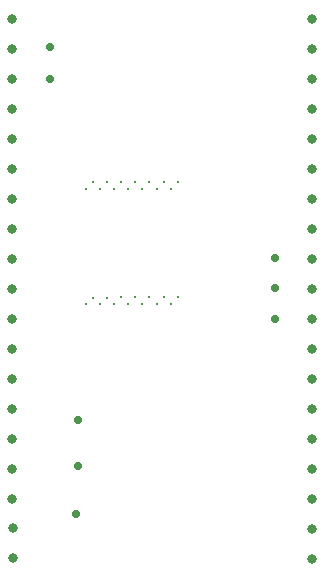
<source format=gbr>
%TF.GenerationSoftware,KiCad,Pcbnew,7.0.5-0*%
%TF.CreationDate,2023-06-27T18:34:15-07:00*%
%TF.ProjectId,AAXA01,41415841-3031-42e6-9b69-6361645f7063,rev?*%
%TF.SameCoordinates,Original*%
%TF.FileFunction,Plated,1,2,PTH,Drill*%
%TF.FilePolarity,Positive*%
%FSLAX46Y46*%
G04 Gerber Fmt 4.6, Leading zero omitted, Abs format (unit mm)*
G04 Created by KiCad (PCBNEW 7.0.5-0) date 2023-06-27 18:34:15*
%MOMM*%
%LPD*%
G01*
G04 APERTURE LIST*
%TA.AperFunction,ViaDrill*%
%ADD10C,0.254000*%
%TD*%
%TA.AperFunction,ComponentDrill*%
%ADD11C,0.700000*%
%TD*%
%TA.AperFunction,ComponentDrill*%
%ADD12C,0.800000*%
%TD*%
G04 APERTURE END LIST*
D10*
X107696320Y-67582720D03*
X107696320Y-77382720D03*
X108296320Y-66982720D03*
X108296320Y-76882720D03*
X108896320Y-67582720D03*
X108896320Y-77382720D03*
X109496320Y-66982720D03*
X109496320Y-76882720D03*
X110096320Y-67582720D03*
X110096320Y-77382720D03*
X110696320Y-66982720D03*
X110696320Y-76782720D03*
X111296320Y-67582720D03*
X111296320Y-77382720D03*
X111896320Y-66982720D03*
X111896320Y-76782720D03*
X112496320Y-67582720D03*
X112496320Y-77382720D03*
X113096320Y-66982720D03*
X113096320Y-76782720D03*
X113696320Y-67582720D03*
X113696320Y-77382720D03*
X114296320Y-66982720D03*
X114296320Y-76782720D03*
X114896320Y-67582720D03*
X114896320Y-77382720D03*
X115496320Y-66982720D03*
X115496320Y-76782720D03*
D11*
%TO.C,TRIGGER*%
X104696320Y-55582720D03*
%TO.C,STROBE*%
X104696320Y-58282720D03*
%TO.C,~{LED1}*%
X106908820Y-95147720D03*
%TO.C,~{LED3}*%
X107008820Y-87147720D03*
%TO.C,~{LED2}*%
X107008820Y-91047720D03*
%TO.C,~{LASER2}*%
X123692461Y-76036303D03*
%TO.C,~{LASER1}*%
X123696320Y-73482720D03*
%TO.C,~{LASER3}*%
X123696320Y-78582720D03*
D12*
%TO.C,U4*%
X101496320Y-53182720D03*
X101496320Y-55722720D03*
X101496320Y-58262720D03*
X101496320Y-60802720D03*
X101496320Y-63342720D03*
X101496320Y-65882720D03*
X101496320Y-68422720D03*
X101496320Y-70962720D03*
X101496320Y-73502720D03*
X101496320Y-76042720D03*
X101496320Y-78582720D03*
X101496320Y-81122720D03*
X101496320Y-83662720D03*
X101496320Y-86202720D03*
X101496320Y-88742720D03*
X101496320Y-91282720D03*
X101496320Y-93822720D03*
X101500000Y-96360000D03*
X101500000Y-98900000D03*
X126896320Y-53182720D03*
X126896320Y-55722720D03*
X126896320Y-58262720D03*
X126896320Y-60802720D03*
X126896320Y-63342720D03*
X126896320Y-65882720D03*
X126896320Y-68422720D03*
X126896320Y-70962720D03*
X126896320Y-73502720D03*
X126896320Y-76042720D03*
X126896320Y-78582720D03*
X126896320Y-81122720D03*
X126896320Y-83662720D03*
X126896320Y-86202720D03*
X126896320Y-88742720D03*
X126896320Y-91282720D03*
X126896320Y-93822720D03*
X126896320Y-96362720D03*
X126896320Y-98902720D03*
M02*

</source>
